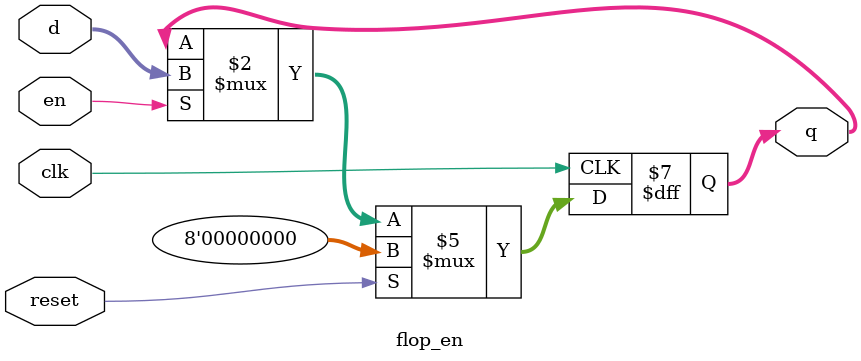
<source format=v>
`timescale 1ns/10ps

module flop_en(
    input wire clk,
    input wire reset,
    input wire en,
    input wire [7:0] d,
    output reg [7:0] q
);

    always @(posedge clk) begin
        if (reset) begin
            q <= 8'b0;
        end else begin
            if (en) begin
                q <= d;
            end
        end
    end
endmodule
</source>
